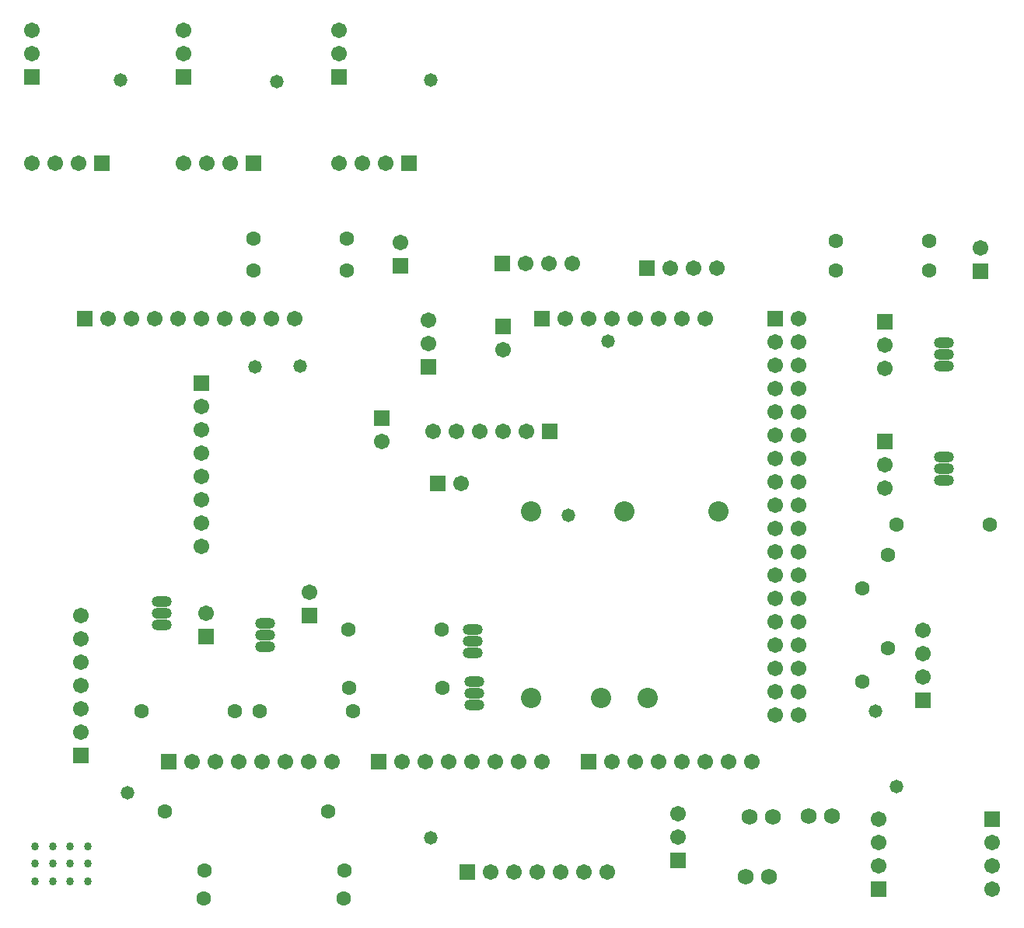
<source format=gbs>
G04 Layer_Color=16711935*
%FSLAX25Y25*%
%MOIN*%
G70*
G01*
G75*
%ADD58R,0.06706X0.06706*%
%ADD59C,0.06706*%
%ADD60R,0.06706X0.06706*%
%ADD61C,0.06800*%
%ADD62C,0.06312*%
%ADD63O,0.08674X0.04737*%
%ADD64O,0.08674X0.04737*%
%ADD65O,0.08674X0.04730*%
%ADD66O,0.08674X0.04800*%
%ADD67O,0.08674X0.04730*%
%ADD68C,0.08674*%
%ADD69O,0.08674X0.04800*%
%ADD70C,0.05800*%
%ADD71C,0.03402*%
D58*
X248500Y468500D02*
D03*
X182000D02*
D03*
X117000D02*
D03*
X275000Y387500D02*
D03*
X523500Y385000D02*
D03*
X482500Y312000D02*
D03*
Y363500D02*
D03*
X267000Y322000D02*
D03*
X319000Y361500D02*
D03*
X287000Y344000D02*
D03*
X394000Y132500D02*
D03*
X528500Y150000D02*
D03*
X480000Y120000D02*
D03*
X499000Y201000D02*
D03*
X138000Y177500D02*
D03*
X189500Y337000D02*
D03*
X435642Y364702D02*
D03*
X191500Y228500D02*
D03*
X236000Y237500D02*
D03*
D59*
X248500Y478500D02*
D03*
Y488500D02*
D03*
Y431500D02*
D03*
X258500D02*
D03*
X268500D02*
D03*
X182000Y478500D02*
D03*
Y488500D02*
D03*
Y431500D02*
D03*
X192000D02*
D03*
X202000D02*
D03*
X117000Y478500D02*
D03*
Y488500D02*
D03*
Y431500D02*
D03*
X127000D02*
D03*
X137000D02*
D03*
X275000Y397500D02*
D03*
X523500Y395000D02*
D03*
X482500Y302000D02*
D03*
Y292000D02*
D03*
Y353500D02*
D03*
Y343500D02*
D03*
X348500Y388500D02*
D03*
X338500D02*
D03*
X328500D02*
D03*
X267000Y312000D02*
D03*
X301000Y294000D02*
D03*
X319000Y351500D02*
D03*
X287000Y354000D02*
D03*
Y364000D02*
D03*
X329000Y316500D02*
D03*
X319000D02*
D03*
X309000D02*
D03*
X299000D02*
D03*
X289000D02*
D03*
X394000Y142500D02*
D03*
Y152500D02*
D03*
X410500Y386500D02*
D03*
X400500D02*
D03*
X390500D02*
D03*
X528500Y120000D02*
D03*
Y130000D02*
D03*
Y140000D02*
D03*
X480000Y150000D02*
D03*
Y140000D02*
D03*
Y130000D02*
D03*
X499000Y231000D02*
D03*
Y221000D02*
D03*
Y211000D02*
D03*
X185642Y174702D02*
D03*
X195642D02*
D03*
X205642D02*
D03*
X215642D02*
D03*
X225642D02*
D03*
X235642D02*
D03*
X245642D02*
D03*
X138000Y237500D02*
D03*
Y227500D02*
D03*
Y217500D02*
D03*
Y207500D02*
D03*
Y187500D02*
D03*
Y197500D02*
D03*
X189500Y327000D02*
D03*
Y317000D02*
D03*
Y307000D02*
D03*
Y297000D02*
D03*
Y287000D02*
D03*
Y277000D02*
D03*
Y267000D02*
D03*
X365642Y174702D02*
D03*
X375642D02*
D03*
X385642D02*
D03*
X395642D02*
D03*
X405642D02*
D03*
X415642D02*
D03*
X425642D02*
D03*
X275642D02*
D03*
X285642D02*
D03*
X295642D02*
D03*
X305642D02*
D03*
X315642D02*
D03*
X325642D02*
D03*
X335642D02*
D03*
X345642Y364702D02*
D03*
X355642D02*
D03*
X365642D02*
D03*
X375642D02*
D03*
X385642D02*
D03*
X395642D02*
D03*
X405642D02*
D03*
X159642D02*
D03*
X229642D02*
D03*
X219642D02*
D03*
X209642D02*
D03*
X199642D02*
D03*
X189642D02*
D03*
X179642D02*
D03*
X169642D02*
D03*
X149642D02*
D03*
X445642Y194702D02*
D03*
X435642D02*
D03*
X445642Y204702D02*
D03*
X435642D02*
D03*
X445642Y214702D02*
D03*
X435642D02*
D03*
X445642Y224702D02*
D03*
X435642D02*
D03*
X445642Y234702D02*
D03*
X435642D02*
D03*
X445642Y244702D02*
D03*
X435642D02*
D03*
X445642Y254702D02*
D03*
X435642D02*
D03*
X445642Y264702D02*
D03*
X435642D02*
D03*
X445642Y274702D02*
D03*
X435642D02*
D03*
X445642Y284702D02*
D03*
X435642D02*
D03*
X445642Y294702D02*
D03*
X435642D02*
D03*
X445642Y304702D02*
D03*
X435642D02*
D03*
X445642Y314702D02*
D03*
X435642D02*
D03*
X445642Y324702D02*
D03*
X435642D02*
D03*
X445642Y334702D02*
D03*
X435642D02*
D03*
X445642Y344702D02*
D03*
X435642D02*
D03*
X445642Y354702D02*
D03*
X435642D02*
D03*
X445642Y364702D02*
D03*
X191500Y238500D02*
D03*
X236000Y247500D02*
D03*
X363500Y127500D02*
D03*
X353500D02*
D03*
X343500D02*
D03*
X333500D02*
D03*
X313500D02*
D03*
X323500D02*
D03*
D60*
X278500Y431500D02*
D03*
X212000D02*
D03*
X147000D02*
D03*
X318500Y388500D02*
D03*
X291000Y294000D02*
D03*
X339000Y316500D02*
D03*
X380500Y386500D02*
D03*
X175642Y174702D02*
D03*
X355642D02*
D03*
X265642D02*
D03*
X335642Y364702D02*
D03*
X139642D02*
D03*
X303500Y127500D02*
D03*
D61*
X423000Y125500D02*
D03*
X433000D02*
D03*
X450000Y151500D02*
D03*
X460000D02*
D03*
X424500Y151000D02*
D03*
X434500D02*
D03*
D62*
X484000Y223500D02*
D03*
Y263500D02*
D03*
X527500Y276500D02*
D03*
X487500D02*
D03*
X252000Y399000D02*
D03*
X212000D02*
D03*
X252000Y385500D02*
D03*
X212000D02*
D03*
X501500D02*
D03*
X461500D02*
D03*
Y398000D02*
D03*
X501500D02*
D03*
X253000Y206500D02*
D03*
X293000D02*
D03*
X252500Y231500D02*
D03*
X292500D02*
D03*
X244000Y153500D02*
D03*
X174000D02*
D03*
X251000Y128000D02*
D03*
X191000D02*
D03*
X250500Y116000D02*
D03*
X190500D02*
D03*
X473000Y209000D02*
D03*
Y249000D02*
D03*
X214500Y196500D02*
D03*
X254500D02*
D03*
X204000D02*
D03*
X164000D02*
D03*
D63*
X508000Y305500D02*
D03*
Y354500D02*
D03*
X306500Y209000D02*
D03*
X306000Y231500D02*
D03*
D64*
X508000Y300500D02*
D03*
Y295500D02*
D03*
Y349500D02*
D03*
Y344500D02*
D03*
X306500Y204000D02*
D03*
Y199000D02*
D03*
X306000Y226500D02*
D03*
Y221500D02*
D03*
D65*
X172500Y243500D02*
D03*
D66*
Y238500D02*
D03*
X217000Y229000D02*
D03*
Y224000D02*
D03*
D67*
X172500Y233500D02*
D03*
D68*
X380842Y202079D02*
D03*
X360764D02*
D03*
X330842D02*
D03*
Y282000D02*
D03*
X371000D02*
D03*
X411158D02*
D03*
D69*
X217000Y234000D02*
D03*
D70*
X347000Y280500D02*
D03*
X364000Y355000D02*
D03*
X288000Y142000D02*
D03*
Y467000D02*
D03*
X222000Y466500D02*
D03*
X155000Y467000D02*
D03*
X478500Y196500D02*
D03*
X487500Y164000D02*
D03*
X232000Y344500D02*
D03*
X158000Y161500D02*
D03*
X212500Y344000D02*
D03*
D71*
X118260Y123500D02*
D03*
Y131000D02*
D03*
Y138500D02*
D03*
X125760Y123500D02*
D03*
Y131000D02*
D03*
Y138500D02*
D03*
X133260Y131000D02*
D03*
Y138500D02*
D03*
X140760Y123500D02*
D03*
Y131000D02*
D03*
Y138500D02*
D03*
X133260Y123500D02*
D03*
M02*

</source>
